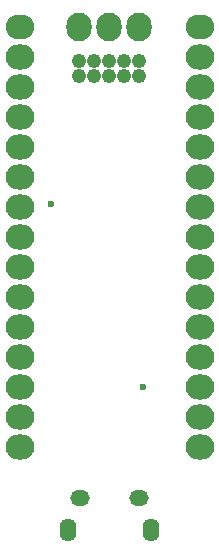
<source format=gbr>
G04 #@! TF.FileFunction,Soldermask,Bot*
%FSLAX46Y46*%
G04 Gerber Fmt 4.6, Leading zero omitted, Abs format (unit mm)*
G04 Created by KiCad (PCBNEW 4.0.3+e1-6302~38~ubuntu16.04.1-stable) date Sat Aug 13 15:25:40 2016*
%MOMM*%
%LPD*%
G01*
G04 APERTURE LIST*
%ADD10C,0.100000*%
%ADD11O,1.650000X1.350000*%
%ADD12O,1.400000X1.950000*%
%ADD13O,2.127200X2.432000*%
%ADD14O,2.400000X2.100000*%
%ADD15O,2.432000X2.127200*%
%ADD16C,0.600000*%
%ADD17C,1.240000*%
G04 APERTURE END LIST*
D10*
D11*
X136650000Y-141450000D03*
X131650000Y-141450000D03*
D12*
X137650000Y-144150000D03*
X130650000Y-144150000D03*
D13*
X131610000Y-101550000D03*
X134150000Y-101550000D03*
X136690000Y-101550000D03*
D14*
X126550000Y-101550000D03*
D15*
X126550000Y-104090000D03*
X126550000Y-106630000D03*
X126550000Y-109170000D03*
X126550000Y-111710000D03*
X126550000Y-114250000D03*
X126550000Y-116790000D03*
X126550000Y-119330000D03*
X126550000Y-121870000D03*
X126550000Y-124410000D03*
X126550000Y-126950000D03*
X126550000Y-129490000D03*
X126550000Y-132030000D03*
X126550000Y-134570000D03*
X126550000Y-137110000D03*
D14*
X141800000Y-101550000D03*
D15*
X141800000Y-104090000D03*
X141800000Y-106630000D03*
X141800000Y-109170000D03*
X141800000Y-111710000D03*
X141800000Y-114250000D03*
X141800000Y-116790000D03*
X141800000Y-119330000D03*
X141800000Y-121870000D03*
X141800000Y-124410000D03*
X141800000Y-126950000D03*
X141800000Y-129490000D03*
X141800000Y-132030000D03*
X141800000Y-134570000D03*
X141800000Y-137110000D03*
D16*
X137000000Y-132000000D03*
D17*
X136690000Y-104415000D03*
X136690000Y-105685000D03*
X135420000Y-104415000D03*
X135420000Y-105685000D03*
X134150000Y-104415000D03*
X134150000Y-105685000D03*
X132880000Y-104415000D03*
X132880000Y-105685000D03*
X131610000Y-104415000D03*
X131610000Y-105685000D03*
D16*
X129250000Y-116500000D03*
M02*

</source>
